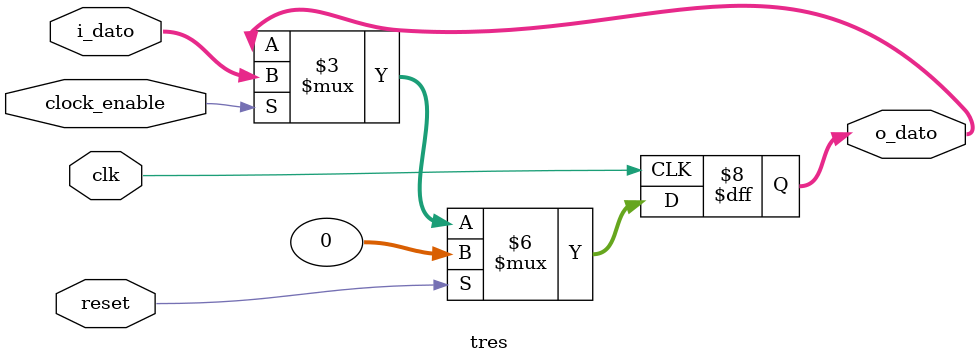
<source format=v>
`timescale 1ns / 1ps
/*
3.	Desarrolle un modelo en Verilog de un registro similar al del punto 1 
pero agregando "clock-enable" y reset síncrono. El registro debe poder almacenar
 enteros en complemento a 2.
*/
// Dependencies: 
//
// Revision: 
// Revision 0.01 - File Created
// Additional Comments: 
//
//////////////////////////////////////////////////////////////////////////////////
module tres
	# (parameter N_BITS =32)
	( 
	input signed [N_BITS-1:0] i_dato,
	input clk, clock_enable, reset,
	output reg signed [N_BITS-1:0] o_dato
    )	;

	always @ (posedge clk)	
	begin
		if(reset)
			o_dato <= {N_BITS{1'b0}};
		
		else
		begin
			if(clock_enable)
				o_dato <= i_dato;
			else
				o_dato <= o_dato;
		end
			
		
	end


endmodule

</source>
